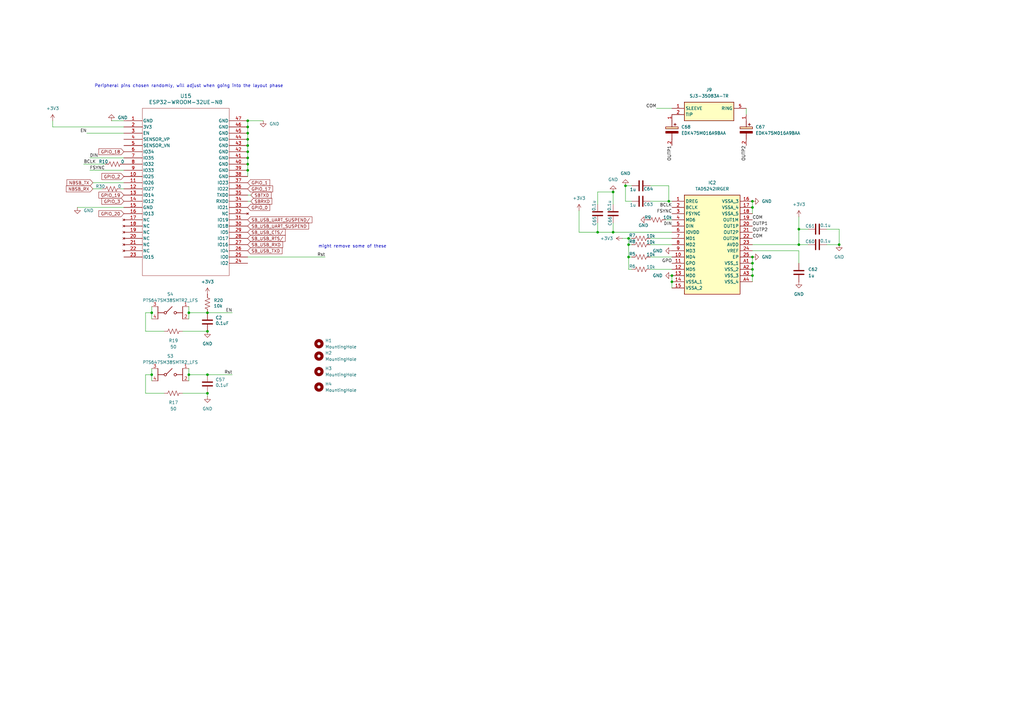
<source format=kicad_sch>
(kicad_sch (version 20250114) (generator "eeschema") (generator_version "9.0")
  (paper "A3")
  (lib_symbols
    (symbol "Device:C" (pin_numbers (hide yes)) (pin_names (offset 0.254))
      (property "Reference" "C" (at 0.635 2.54 0))
      (property "Value" "C" (at 0.635 -2.54 0))
      (symbol "C_0_1"
        (polyline (pts (xy -2.032 0.762) (xy 2.032 0.762)) (stroke (width 0.508)))
        (polyline (pts (xy -2.032 -0.762) (xy 2.032 -0.762)) (stroke (width 0.508)))
      )
      (symbol "C_1_1"
        (pin passive line (at 0 3.81 270) (length 2.794) (name "~") (number "1"))
        (pin passive line (at 0 -3.81 90) (length 2.794) (name "~") (number "2"))
      )
    )
    (symbol "Device:R_US" (pin_numbers (hide yes)) (pin_names (offset 0))
      (property "Reference" "R" (at 2.54 0 90))
      (property "Value" "R_US" (at -2.54 0 90))
      (symbol "R_US_0_1"
        (polyline (pts (xy 0 2.286) (xy 0 2.54)))
        (polyline (pts (xy 0 2.286) (xy 1.016 1.905) (xy 0 1.524) (xy -1.016 1.143) (xy 0 0.762)))
        (polyline (pts (xy 0 0.762) (xy 1.016 0.381) (xy 0 0) (xy -1.016 -0.381) (xy 0 -0.762)))
        (polyline (pts (xy 0 -0.762) (xy 1.016 -1.143) (xy 0 -1.524) (xy -1.016 -1.905) (xy 0 -2.286)))
        (polyline (pts (xy 0 -2.286) (xy 0 -2.54)))
      )
      (symbol "R_US_1_1"
        (pin passive line (at 0 3.81 270) (length 1.27) (name "~") (number "1"))
        (pin passive line (at 0 -3.81 90) (length 1.27) (name "~") (number "2"))
      )
    )
    (symbol "FPGA&MCU:ESP32-WROOM-32UE-N8" (pin_names (offset 0.254))
      (property "Reference" "U" (at 25.4 10.16 0))
      (property "Value" "ESP32-WROOM-32UE-N8" (at 25.4 7.62 0))
      (symbol "ESP32-WROOM-32UE-N8_0_1"
        (polyline (pts (xy 7.62 5.08) (xy 7.62 -63.5)) (stroke (width 0.127)))
        (polyline (pts (xy 7.62 -63.5) (xy 43.18 -63.5)) (stroke (width 0.127)))
        (polyline (pts (xy 43.18 5.08) (xy 7.62 5.08)) (stroke (width 0.127)))
        (polyline (pts (xy 43.18 -63.5) (xy 43.18 5.08)) (stroke (width 0.127)))
        (pin power_out line (at 0 0 0) (length 7.62) (name "GND") (number "1"))
        (pin power_in line (at 0 -2.54 0) (length 7.62) (name "3V3") (number "2"))
        (pin input line (at 0 -5.08 0) (length 7.62) (name "EN") (number "3"))
        (pin input line (at 0 -7.62 0) (length 7.62) (name "SENSOR_VP") (number "4"))
        (pin input line (at 0 -10.16 0) (length 7.62) (name "SENSOR_VN") (number "5"))
        (pin input line (at 0 -12.7 0) (length 7.62) (name "IO34") (number "6"))
        (pin input line (at 0 -15.24 0) (length 7.62) (name "IO35") (number "7"))
        (pin bidirectional line (at 0 -17.78 0) (length 7.62) (name "IO32") (number "8"))
        (pin bidirectional line (at 0 -20.32 0) (length 7.62) (name "IO33") (number "9"))
        (pin bidirectional line (at 0 -22.86 0) (length 7.62) (name "IO25") (number "10"))
        (pin bidirectional line (at 0 -25.4 0) (length 7.62) (name "IO26") (number "11"))
        (pin bidirectional line (at 0 -27.94 0) (length 7.62) (name "IO27") (number "12"))
        (pin bidirectional line (at 0 -30.48 0) (length 7.62) (name "IO14") (number "13"))
        (pin bidirectional line (at 0 -33.02 0) (length 7.62) (name "IO12") (number "14"))
        (pin power_out line (at 0 -35.56 0) (length 7.62) (name "GND") (number "15"))
        (pin bidirectional line (at 0 -38.1 0) (length 7.62) (name "IO13") (number "16"))
        (pin no_connect line (at 0 -40.64 0) (length 7.62) (name "NC") (number "17"))
        (pin no_connect line (at 0 -43.18 0) (length 7.62) (name "NC") (number "18"))
        (pin no_connect line (at 0 -45.72 0) (length 7.62) (name "NC") (number "19"))
        (pin no_connect line (at 0 -48.26 0) (length 7.62) (name "NC") (number "20"))
        (pin no_connect line (at 0 -50.8 0) (length 7.62) (name "NC") (number "21"))
        (pin no_connect line (at 0 -53.34 0) (length 7.62) (name "NC") (number "22"))
        (pin bidirectional line (at 0 -55.88 0) (length 7.62) (name "IO15") (number "23"))
        (pin power_out line (at 50.8 0 180) (length 7.62) (name "GND") (number "47"))
        (pin power_out line (at 50.8 -2.54 180) (length 7.62) (name "GND") (number "46"))
        (pin power_out line (at 50.8 -5.08 180) (length 7.62) (name "GND") (number "45"))
        (pin power_out line (at 50.8 -7.62 180) (length 7.62) (name "GND") (number "44"))
        (pin power_out line (at 50.8 -10.16 180) (length 7.62) (name "GND") (number "43"))
        (pin power_out line (at 50.8 -12.7 180) (length 7.62) (name "GND") (number "42"))
        (pin power_out line (at 50.8 -15.24 180) (length 7.62) (name "GND") (number "41"))
        (pin power_out line (at 50.8 -17.78 180) (length 7.62) (name "GND") (number "40"))
        (pin power_out line (at 50.8 -20.32 180) (length 7.62) (name "GND") (number "39"))
        (pin power_out line (at 50.8 -22.86 180) (length 7.62) (name "GND") (number "38"))
        (pin bidirectional line (at 50.8 -25.4 180) (length 7.62) (name "IO23") (number "37"))
        (pin bidirectional line (at 50.8 -27.94 180) (length 7.62) (name "IO22") (number "36"))
        (pin bidirectional line (at 50.8 -33.02 180) (length 7.62) (name "RXD0") (number "34"))
        (pin bidirectional line (at 50.8 -35.56 180) (length 7.62) (name "IO21") (number "33"))
        (pin no_connect line (at 50.8 -38.1 180) (length 7.62) (name "NC") (number "32"))
        (pin bidirectional line (at 50.8 -40.64 180) (length 7.62) (name "IO19") (number "31"))
        (pin bidirectional line (at 50.8 -43.18 180) (length 7.62) (name "IO18") (number "30"))
        (pin bidirectional line (at 50.8 -45.72 180) (length 7.62) (name "IO5") (number "29"))
        (pin bidirectional line (at 50.8 -48.26 180) (length 7.62) (name "IO17") (number "28"))
        (pin bidirectional line (at 50.8 -50.8 180) (length 7.62) (name "IO16") (number "27"))
        (pin bidirectional line (at 50.8 -53.34 180) (length 7.62) (name "IO4") (number "26"))
        (pin bidirectional line (at 50.8 -55.88 180) (length 7.62) (name "IO0") (number "25"))
        (pin bidirectional line (at 50.8 -58.42 180) (length 7.62) (name "IO2") (number "24"))
      )
      (symbol "ESP32-WROOM-32UE-N8_1_1"
        (pin bidirectional line (at 50.8 -30.48 180) (length 7.62) (name "TXD0") (number "35"))
      )
    )
    (symbol "FPGA_Interface:PTS647SM38SMTR2_LFS" (pin_names (hide yes))
      (property "Reference" "S" (at 12.7 6.35 0))
      (property "Value" "PTS647SM38SMTR2_LFS" (at 12.7 3.81 0))
      (symbol "PTS647SM38SMTR2_LFS_1_1"
        (polyline (pts (xy 2.54 -2.54) (xy 5.08 -2.54)) (stroke (width 0.254)))
        (polyline (pts (xy 2.54 -5.08) (xy 2.54 0)) (stroke (width 0.254)))
        (circle (center 5.588 -2.54) (radius 0.508) (stroke (width 0.254)))
        (polyline (pts (xy 6.096 -2.286) (xy 8.382 0)) (stroke (width 0.254)))
        (circle (center 9.652 -2.54) (radius 0.508) (stroke (width 0.254)))
        (polyline (pts (xy 10.16 -2.54) (xy 12.7 -2.54)) (stroke (width 0.254)))
        (polyline (pts (xy 12.7 -5.08) (xy 12.7 0)) (stroke (width 0.254)))
        (pin passive line (at 0 0 0) (length 2.54) (name "COM_1") (number "3"))
        (pin passive line (at 0 -5.08 0) (length 2.54) (name "COM_2") (number "4"))
        (pin passive line (at 15.24 0 180) (length 2.54) (name "NO_1") (number "1"))
        (pin passive line (at 15.24 -5.08 180) (length 2.54) (name "NO_2") (number "2"))
      )
    )
    (symbol "FPGA_Interface:SJ3-35083A-TR"
      (property "Reference" "J" (at 26.67 7.62 0))
      (property "Value" "SJ3-35083A-TR" (at 26.67 5.08 0))
      (symbol "SJ3-35083A-TR_1_1"
        (rectangle (start 5.08 2.54) (end 25.4 -5.08) (stroke (width 0.254)) (fill (type background)))
        (pin passive line (at 0 0 0) (length 5.08) (name "SLEEVE") (number "1"))
        (pin passive line (at 0 -2.54 0) (length 5.08) (name "TIP") (number "2"))
        (pin passive line (at 30.48 0 180) (length 5.08) (name "RING") (number "5"))
      )
    )
    (symbol "Mechanical:MountingHole" (pin_names (offset 1.016)) (in_bom no)
      (property "Reference" "H" (at 0 5.08 0))
      (property "Value" "MountingHole" (at 0 3.175 0))
      (symbol "MountingHole_0_1"
        (circle (center 0 0) (radius 1.27) (stroke (width 1.27)))
      )
    )
    (symbol "SB:EDK475M016A9BAA" (pin_names (hide yes))
      (property "Reference" "C" (at 8.89 6.35 0))
      (property "Value" "EDK475M016A9BAA" (at 8.89 3.81 0))
      (symbol "EDK475M016A9BAA_1_1"
        (polyline (pts (xy 2.54 0) (xy 5.08 0)) (stroke (width 0.254)))
        (polyline (pts (xy 4.064 1.778) (xy 4.064 0.762)) (stroke (width 0.254)))
        (polyline (pts (xy 4.572 1.27) (xy 3.556 1.27)) (stroke (width 0.254)))
        (rectangle (start 5.08 2.54) (end 5.842 -2.54) (stroke (width 0.254)) (fill (type background)))
        (polyline (pts (xy 7.62 2.54) (xy 7.62 -2.54) (xy 6.858 -2.54) (xy 6.858 2.54) (xy 7.62 2.54)) (stroke (width 0.254)) (fill (type outline)))
        (polyline (pts (xy 7.62 0) (xy 10.16 0)) (stroke (width 0.254)))
        (pin passive line (at 0 0 0) (length 2.54) (name "+") (number "1"))
        (pin passive line (at 12.7 0 180) (length 2.54) (name "-") (number "2"))
      )
    )
    (symbol "SB:TAD5242IRGER"
      (property "Reference" "IC" (at 29.21 7.62 0))
      (property "Value" "TAD5242IRGER" (at 29.21 5.08 0))
      (symbol "TAD5242IRGER_1_1"
        (rectangle (start 5.08 2.54) (end 27.94 -38.1) (stroke (width 0.254)) (fill (type background)))
        (pin passive line (at 0 0 0) (length 5.08) (name "DREG") (number "1"))
        (pin passive line (at 0 -2.54 0) (length 5.08) (name "BCLK") (number "2"))
        (pin passive line (at 0 -5.08 0) (length 5.08) (name "FSYNC") (number "3"))
        (pin passive line (at 0 -7.62 0) (length 5.08) (name "MD6") (number "4"))
        (pin passive line (at 0 -10.16 0) (length 5.08) (name "DIN") (number "5"))
        (pin passive line (at 0 -12.7 0) (length 5.08) (name "IOVDD") (number "6"))
        (pin passive line (at 0 -15.24 0) (length 5.08) (name "MD1") (number "7"))
        (pin passive line (at 0 -17.78 0) (length 5.08) (name "MD2") (number "8"))
        (pin passive line (at 0 -20.32 0) (length 5.08) (name "MD3") (number "9"))
        (pin passive line (at 0 -22.86 0) (length 5.08) (name "MD4") (number "10"))
        (pin passive line (at 0 -25.4 0) (length 5.08) (name "GPO") (number "11"))
        (pin passive line (at 0 -27.94 0) (length 5.08) (name "MD5") (number "12"))
        (pin passive line (at 0 -30.48 0) (length 5.08) (name "MD0") (number "13"))
        (pin passive line (at 0 -33.02 0) (length 5.08) (name "VSSA_1") (number "14"))
        (pin passive line (at 0 -35.56 0) (length 5.08) (name "VSSA_2") (number "15"))
        (pin passive line (at 33.02 0 180) (length 5.08) (name "VSSA_3") (number "16"))
        (pin passive line (at 33.02 -2.54 180) (length 5.08) (name "VSSA_4") (number "17"))
        (pin passive line (at 33.02 -5.08 180) (length 5.08) (name "VSSA_5") (number "18"))
        (pin passive line (at 33.02 -7.62 180) (length 5.08) (name "OUT1M") (number "19"))
        (pin passive line (at 33.02 -10.16 180) (length 5.08) (name "OUT1P") (number "20"))
        (pin passive line (at 33.02 -12.7 180) (length 5.08) (name "OUT2P") (number "21"))
        (pin passive line (at 33.02 -15.24 180) (length 5.08) (name "OUT2M") (number "22"))
        (pin passive line (at 33.02 -17.78 180) (length 5.08) (name "AVDD") (number "23"))
        (pin passive line (at 33.02 -20.32 180) (length 5.08) (name "VREF") (number "24"))
        (pin passive line (at 33.02 -22.86 180) (length 5.08) (name "EP") (number "25"))
        (pin passive line (at 33.02 -25.4 180) (length 5.08) (name "VSS_1") (number "A1"))
        (pin passive line (at 33.02 -27.94 180) (length 5.08) (name "VSS_2") (number "A2"))
        (pin passive line (at 33.02 -30.48 180) (length 5.08) (name "VSS_3") (number "A3"))
        (pin passive line (at 33.02 -33.02 180) (length 5.08) (name "VSS_4") (number "A4"))
      )
    )
    (symbol "power:+3V3" (power) (pin_numbers (hide yes)) (pin_names (offset 0) (hide yes))
      (property "Value" "+3V3" (at 0 3.556 0))
      (symbol "+3V3_0_1"
        (polyline (pts (xy -0.762 1.27) (xy 0 2.54)))
        (polyline (pts (xy 0 2.54) (xy 0.762 1.27)))
        (polyline (pts (xy 0 0) (xy 0 2.54)))
      )
      (symbol "+3V3_1_1"
        (pin power_in line (at 0 0 90) (length 0) (name "~") (number "1"))
      )
    )
    (symbol "power:GND" (power) (pin_numbers (hide yes)) (pin_names (offset 0) (hide yes))
      (property "Value" "GND" (at 0 -3.81 0))
      (symbol "GND_0_1"
        (polyline (pts (xy 0 0) (xy 0 -1.27) (xy 1.27 -1.27) (xy 0 -2.54) (xy -1.27 -1.27) (xy 0 -1.27)))
      )
      (symbol "GND_1_1"
        (pin power_in line (at 0 0 270) (length 0) (name "~") (number "1"))
      )
    )
  )
  (text "might remove some of these\n" (at 144.526 101.092 0) (effects (font (size 1.27 1.27))))
  (text "Peripheral pins chosen randomly, will adjust when going into the layout phase\n" (at 77.47 35.306 0) (effects (font (size 1.27 1.27))))
  (junction (at 275.59 113.03))
  (junction (at 344.17 100.33))
  (junction (at 308.61 110.49))
  (junction (at 256.54 76.2))
  (junction (at 101.6 57.15))
  (junction (at 308.61 82.55))
  (junction (at 308.61 113.03))
  (junction (at 85.09 153.67))
  (junction (at 327.66 93.98))
  (junction (at 251.46 95.25))
  (junction (at 257.81 97.79))
  (junction (at 62.23 153.67))
  (junction (at 308.61 107.95))
  (junction (at 77.47 128.27))
  (junction (at 101.6 52.07))
  (junction (at 101.6 49.53))
  (junction (at 85.09 128.27))
  (junction (at 327.66 100.33))
  (junction (at 245.11 95.25))
  (junction (at 85.09 135.89))
  (junction (at 274.32 82.55))
  (junction (at 101.6 59.69))
  (junction (at 101.6 67.31))
  (junction (at 257.81 105.41))
  (junction (at 257.81 100.33))
  (junction (at 101.6 69.85))
  (junction (at 101.6 64.77))
  (junction (at 251.46 78.74))
  (junction (at 101.6 62.23))
  (junction (at 77.47 153.67))
  (junction (at 62.23 128.27))
  (junction (at 275.59 115.57))
  (junction (at 308.61 85.09))
  (junction (at 101.6 54.61))
  (junction (at 308.61 105.41))
  (junction (at 85.09 161.29))
  (wire (pts (xy 308.61 102.87) (xy 327.66 102.87)))
  (wire (pts (xy 101.6 57.15) (xy 101.6 59.69)))
  (wire (pts (xy 344.17 93.98) (xy 344.17 100.33)))
  (wire (pts (xy 59.69 161.29) (xy 67.31 161.29)))
  (wire (pts (xy 36.83 69.85) (xy 50.8 69.85)))
  (wire (pts (xy 245.11 91.44) (xy 245.11 95.25)))
  (wire (pts (xy 308.61 82.55) (xy 308.61 85.09)))
  (wire (pts (xy 77.47 153.67) (xy 85.09 153.67)))
  (wire (pts (xy 331.47 100.33) (xy 327.66 100.33)))
  (wire (pts (xy 77.47 153.67) (xy 77.47 156.21)))
  (wire (pts (xy 245.11 95.25) (xy 237.49 95.25)))
  (wire (pts (xy 237.49 86.36) (xy 237.49 95.25)))
  (wire (pts (xy 101.6 59.69) (xy 101.6 62.23)))
  (wire (pts (xy 257.81 97.79) (xy 257.81 100.33)))
  (wire (pts (xy 251.46 83.82) (xy 251.46 78.74)))
  (wire (pts (xy 257.81 105.41) (xy 257.81 110.49)))
  (wire (pts (xy 38.1 74.93) (xy 50.8 74.93)))
  (wire (pts (xy 256.54 82.55) (xy 256.54 76.2)))
  (wire (pts (xy 74.93 161.29) (xy 85.09 161.29)))
  (wire (pts (xy 62.23 128.27) (xy 62.23 130.81)))
  (wire (pts (xy 259.08 82.55) (xy 256.54 82.55)))
  (wire (pts (xy 101.6 49.53) (xy 101.6 52.07)))
  (wire (pts (xy 274.32 76.2) (xy 274.32 82.55)))
  (wire (pts (xy 274.32 76.2) (xy 266.7 76.2)))
  (wire (pts (xy 101.6 54.61) (xy 101.6 57.15)))
  (wire (pts (xy 339.09 93.98) (xy 344.17 93.98)))
  (wire (pts (xy 257.81 100.33) (xy 259.08 100.33)))
  (wire (pts (xy 45.72 49.53) (xy 50.8 49.53)))
  (wire (pts (xy 133.35 105.41) (xy 101.6 105.41)))
  (wire (pts (xy 275.59 115.57) (xy 275.59 118.11)))
  (wire (pts (xy 308.61 105.41) (xy 308.61 107.95)))
  (wire (pts (xy 34.29 67.31) (xy 43.18 67.31)))
  (wire (pts (xy 85.09 128.27) (xy 95.25 128.27)))
  (wire (pts (xy 245.11 83.82) (xy 245.11 78.74)))
  (wire (pts (xy 308.61 85.09) (xy 308.61 87.63)))
  (wire (pts (xy 21.59 49.53) (xy 21.59 52.07)))
  (wire (pts (xy 107.95 49.53) (xy 101.6 49.53)))
  (wire (pts (xy 49.53 77.47) (xy 50.8 77.47)))
  (wire (pts (xy 77.47 128.27) (xy 77.47 130.81)))
  (wire (pts (xy 331.47 93.98) (xy 327.66 93.98)))
  (wire (pts (xy 259.08 76.2) (xy 256.54 76.2)))
  (wire (pts (xy 101.6 80.01) (xy 102.87 80.01)))
  (wire (pts (xy 62.23 125.73) (xy 62.23 128.27)))
  (wire (pts (xy 266.7 105.41) (xy 275.59 105.41)))
  (wire (pts (xy 266.7 97.79) (xy 275.59 97.79)))
  (wire (pts (xy 274.32 82.55) (xy 275.59 82.55)))
  (wire (pts (xy 269.24 44.45) (xy 275.59 44.45)))
  (wire (pts (xy 257.81 105.41) (xy 259.08 105.41)))
  (wire (pts (xy 275.59 113.03) (xy 275.59 115.57)))
  (wire (pts (xy 327.66 88.9) (xy 327.66 93.98)))
  (wire (pts (xy 59.69 153.67) (xy 59.69 161.29)))
  (wire (pts (xy 273.05 90.17) (xy 275.59 90.17)))
  (wire (pts (xy 62.23 153.67) (xy 62.23 151.13)))
  (wire (pts (xy 274.32 82.55) (xy 266.7 82.55)))
  (wire (pts (xy 36.83 64.77) (xy 50.8 64.77)))
  (wire (pts (xy 275.59 95.25) (xy 251.46 95.25)))
  (wire (pts (xy 259.08 97.79) (xy 257.81 97.79)))
  (wire (pts (xy 327.66 93.98) (xy 327.66 100.33)))
  (wire (pts (xy 101.6 64.77) (xy 101.6 67.31)))
  (wire (pts (xy 257.81 100.33) (xy 257.81 105.41)))
  (wire (pts (xy 339.09 100.33) (xy 344.17 100.33)))
  (wire (pts (xy 257.81 110.49) (xy 259.08 110.49)))
  (wire (pts (xy 308.61 107.95) (xy 308.61 110.49)))
  (wire (pts (xy 327.66 102.87) (xy 327.66 107.95)))
  (wire (pts (xy 77.47 151.13) (xy 77.47 153.67)))
  (wire (pts (xy 31.75 85.09) (xy 50.8 85.09)))
  (wire (pts (xy 77.47 125.73) (xy 77.47 128.27)))
  (wire (pts (xy 74.93 135.89) (xy 85.09 135.89)))
  (wire (pts (xy 85.09 161.29) (xy 85.09 162.56)))
  (wire (pts (xy 101.6 67.31) (xy 101.6 69.85)))
  (wire (pts (xy 306.07 46.99) (xy 306.07 44.45)))
  (wire (pts (xy 255.27 97.79) (xy 257.81 97.79)))
  (wire (pts (xy 308.61 100.33) (xy 327.66 100.33)))
  (wire (pts (xy 35.56 54.61) (xy 50.8 54.61)))
  (wire (pts (xy 266.7 110.49) (xy 275.59 110.49)))
  (wire (pts (xy 62.23 153.67) (xy 62.23 156.21)))
  (wire (pts (xy 38.1 77.47) (xy 41.91 77.47)))
  (wire (pts (xy 59.69 128.27) (xy 59.69 135.89)))
  (wire (pts (xy 101.6 82.55) (xy 102.87 82.55)))
  (wire (pts (xy 62.23 128.27) (xy 59.69 128.27)))
  (wire (pts (xy 308.61 110.49) (xy 308.61 113.03)))
  (wire (pts (xy 245.11 78.74) (xy 251.46 78.74)))
  (wire (pts (xy 101.6 52.07) (xy 101.6 54.61)))
  (wire (pts (xy 251.46 91.44) (xy 251.46 95.25)))
  (wire (pts (xy 59.69 153.67) (xy 62.23 153.67)))
  (wire (pts (xy 77.47 128.27) (xy 85.09 128.27)))
  (wire (pts (xy 308.61 113.03) (xy 308.61 115.57)))
  (wire (pts (xy 251.46 95.25) (xy 245.11 95.25)))
  (wire (pts (xy 101.6 62.23) (xy 101.6 64.77)))
  (wire (pts (xy 101.6 69.85) (xy 101.6 72.39)))
  (wire (pts (xy 85.09 153.67) (xy 95.25 153.67)))
  (wire (pts (xy 50.8 52.07) (xy 21.59 52.07)))
  (wire (pts (xy 59.69 135.89) (xy 67.31 135.89)))
  (wire (pts (xy 266.7 100.33) (xy 275.59 100.33)))
  (label "BCLK" (at 34.29 67.31 0))
  (label "OUTP1" (at 308.61 92.71 0))
  (label "OUTP2" (at 306.07 59.69 270))
  (label "BCLK" (at 275.59 85.09 180))
  (label "FSYNC" (at 36.83 69.85 0))
  (label "COM" (at 269.24 44.45 180))
  (label "FSYNC" (at 275.59 87.63 180))
  (label "DIN" (at 36.83 64.77 0))
  (label "OUTP1" (at 275.59 59.69 270))
  (label "EN" (at 95.25 128.27 180))
  (label "Rst" (at 95.25 153.67 180))
  (label "GPO" (at 275.59 107.95 180))
  (label "COM" (at 308.61 90.17 0))
  (label "COM" (at 308.61 97.79 0))
  (label "EN" (at 35.56 54.61 180))
  (label "DIN" (at 275.59 92.71 180))
  (label "Rst" (at 133.35 105.41 180))
  (label "OUTP2" (at 308.61 95.25 0))
  (global_label "GPIO_0" (shape input) (at 101.6 85.09 0) (property "Intersheetrefs" "${INTERSHEET_REFS}" (effects (hide yes))))
  (global_label "SB_USB_RXD" (shape input) (at 101.6 100.33 0) (property "Intersheetrefs" "${INTERSHEET_REFS}" (effects (hide yes))))
  (global_label "NBSB_RX" (shape input) (at 38.1 77.47 180) (property "Intersheetrefs" "${INTERSHEET_REFS}" (effects (hide yes))))
  (global_label "GPIO_1" (shape input) (at 101.6 74.93 0) (property "Intersheetrefs" "${INTERSHEET_REFS}" (effects (hide yes))))
  (global_label "GPIO_18" (shape input) (at 50.8 62.23 180) (property "Intersheetrefs" "${INTERSHEET_REFS}" (effects (hide yes))))
  (global_label "GPIO_19" (shape input) (at 50.8 80.01 180) (property "Intersheetrefs" "${INTERSHEET_REFS}" (effects (hide yes))))
  (global_label "GPIO_3" (shape input) (at 50.8 82.55 180) (property "Intersheetrefs" "${INTERSHEET_REFS}" (effects (hide yes))))
  (global_label "GPIO_20" (shape input) (at 50.8 87.63 180) (property "Intersheetrefs" "${INTERSHEET_REFS}" (effects (hide yes))))
  (global_label "SBTXD" (shape input) (at 102.87 80.01 0) (property "Intersheetrefs" "${INTERSHEET_REFS}" (effects (hide yes))))
  (global_label "GPIO_2" (shape input) (at 50.8 72.39 180) (property "Intersheetrefs" "${INTERSHEET_REFS}" (effects (hide yes))))
  (global_label "GPIO_17" (shape input) (at 101.6 77.47 0) (property "Intersheetrefs" "${INTERSHEET_REFS}" (effects (hide yes))))
  (global_label "SB_USB_RTS{slash}" (shape input) (at 101.6 97.79 0) (property "Intersheetrefs" "${INTERSHEET_REFS}" (effects (hide yes))))
  (global_label "SB_USB_UART_SUSPEND{slash}" (shape input) (at 101.6 90.17 0) (property "Intersheetrefs" "${INTERSHEET_REFS}" (effects (hide yes))))
  (global_label "SBRXD" (shape input) (at 102.87 82.55 0) (property "Intersheetrefs" "${INTERSHEET_REFS}" (effects (hide yes))))
  (global_label "SB_USB_UART_SUSPEND" (shape input) (at 101.6 92.71 0) (property "Intersheetrefs" "${INTERSHEET_REFS}" (effects (hide yes))))
  (global_label "SB_USB_CTS{slash}" (shape input) (at 101.6 95.25 0) (property "Intersheetrefs" "${INTERSHEET_REFS}" (effects (hide yes))))
  (global_label "NBSB_TX" (shape input) (at 38.1 74.93 180) (property "Intersheetrefs" "${INTERSHEET_REFS}" (effects (hide yes))))
  (global_label "SB_USB_TXD" (shape input) (at 101.6 102.87 0) (property "Intersheetrefs" "${INTERSHEET_REFS}" (effects (hide yes))))
  (symbol (lib_id "power:GND") (at 308.61 105.41 90) (unit 1)
    (property "Reference" "#PWR0153" (effects (hide yes)))
    (property "Value" "GND" (at 312.42 105.4099 90) (effects (justify right)))
    (property "Description" "Power symbol creates a global label with name \"GND\" , ground" (effects (hide yes)))
  )
  (symbol (lib_id "Device:R_US") (at 262.89 105.41 90) (unit 1)
    (property "Reference" "R5" (at 259.334 104.14 90))
    (property "Value" "10k" (at 266.954 104.394 90))
    (property "Footprint" "Resistor_SMD:R_0402_1005Metric" (effects (hide yes)))
    (property "Description" "Resistor, US symbol" (effects (hide yes)))
  )
  (symbol (lib_id "power:GND") (at 45.72 49.53 180) (unit 1)
    (property "Reference" "#PWR017" (effects (hide yes)))
    (property "Value" "GND" (at 48.26 48.2599 0) (effects (justify right)))
    (property "Description" "Power symbol creates a global label with name \"GND\" , ground" (effects (hide yes)))
  )
  (symbol (lib_id "SB:EDK475M016A9BAA") (at 275.59 46.99 270) (unit 1)
    (property "Reference" "C68" (at 279.4 52.0699 90) (effects (justify left)))
    (property "Value" "EDK475M016A9BAA" (at 279.4 54.6099 90) (effects (justify left)))
    (property "Footprint" "SB:CAPAE430X565N" (effects (hide yes)))
    (property "Datasheet" "https://content.kemet.com/datasheets/KEM_A4001_EDK.pdf" (effects (hide yes)))
    (property "Description" "EDK, Aluminum, Aluminum Electrolytic, 4.7 uF, 20%, 16 VDC, -40/+85C, 85C, -40C, 85C, 2,000 Hrs, 16 % , 0.02, 3 uA, 2, 4, 4mm, 5.4mm, 2000" (effects (hide yes)))
    (property "Height" "5.65" (effects (hide yes)))
    (property "Mouser Part Number" "80-EDK475M016A9BAA" (effects (hide yes)))
    (property "Mouser Price/Stock" "https://www.mouser.co.uk/ProductDetail/KEMET/EDK475M016A9BAA?qs=E9QF1UCAUX56UXN1YiCZhQ%3D%3D" (effects (hide yes)))
    (property "Manufacturer_Name" "KEMET" (effects (hide yes)))
    (property "Manufacturer_Part_Number" "EDK475M016A9BAA" (effects (hide yes)))
  )
  (symbol (lib_id "power:GND") (at 275.59 102.87 270) (unit 1)
    (property "Reference" "#PWR0157" (effects (hide yes)))
    (property "Value" "GND" (at 271.78 102.8699 90) (effects (justify right)))
    (property "Description" "Power symbol creates a global label with name \"GND\" , ground" (effects (hide yes)))
  )
  (symbol (lib_id "FPGA_Interface:SJ3-35083A-TR") (at 275.59 44.45 0) (unit 1)
    (property "Reference" "J9" (at 290.83 36.83 0))
    (property "Value" "SJ3-35083A-TR" (at 290.83 39.37 0))
    (property "Footprint" "FPGA_Interface:SJ335083ATR" (effects (hide yes)))
    (property "Datasheet" "https://www.sameskydevices.com/product/resource/SJ3-35083A-TR.pdf" (effects (hide yes)))
    (property "Description" "SJ3-35083A-TR - 3.5 mm Stereo Jack, Through Hole, 3 Conductors, 0 Internal Switches,  Tape & Reel Packaging" (effects (hide yes)))
    (property "Height" "5.3" (effects (hide yes)))
    (property "Mouser Part Number" "179-SJ3-35083A-TR" (effects (hide yes)))
    (property "Mouser Price/Stock" "https://www.mouser.co.uk/ProductDetail/Same-Sky/SJ3-35083A-TR?qs=IKkN%2F947nfAXbylC140wLg%3D%3D" (effects (hide yes)))
    (property "Manufacturer_Name" "Same Sky" (effects (hide yes)))
    (property "Manufacturer_Part_Number" "SJ3-35083A-TR" (effects (hide yes)))
  )
  (symbol (lib_id "FPGA_Interface:PTS647SM38SMTR2_LFS") (at 62.23 125.73 0) (unit 1)
    (property "Reference" "S4" (at 69.85 120.65 0))
    (property "Value" "PTS647SM38SMTR2_LFS" (at 69.85 123.19 0))
    (property "Footprint" "FPGA_Interface:PTS647SM38SMTR2LFS" (effects (hide yes)))
    (property "Datasheet" "https://www.ckswitches.com/media/2567/pts647.pdf" (effects (hide yes)))
    (property "Description" "Tactile Switch SPST-NO Top Actuated Surface Mount 0.05A 12V" (effects (hide yes)))
    (property "Manufacturer_Name" "C & K COMPONENTS" (effects (hide yes)))
    (property "Manufacturer_Part_Number" "PTS647SM38SMTR2 LFS" (effects (hide yes)))
  )
  (symbol (lib_id "power:+3V3") (at 327.66 88.9 0) (unit 1)
    (property "Reference" "#PWR0159" (effects (hide yes)))
    (property "Value" "+3V3" (at 327.66 83.82 0))
    (property "Description" "Power symbol creates a global label with name \"+3V3\"" (effects (hide yes)))
  )
  (symbol (lib_id "Device:C") (at 85.09 157.48 0) (unit 1)
    (property "Reference" "C57" (at 88.392 155.702 0) (effects (justify left)))
    (property "Value" "0.1uF" (at 88.392 157.988 0) (effects (justify left)))
    (property "Footprint" "Capacitor_SMD:C_0402_1005Metric" (effects (hide yes)))
    (property "Description" "Unpolarized capacitor" (effects (hide yes)))
  )
  (symbol (lib_id "power:+3V3") (at 237.49 86.36 0) (unit 1)
    (property "Reference" "#PWR0162" (effects (hide yes)))
    (property "Value" "+3V3" (at 237.49 81.28 0))
    (property "Description" "Power symbol creates a global label with name \"+3V3\"" (effects (hide yes)))
  )
  (symbol (lib_id "power:GND") (at 275.59 113.03 270) (unit 1)
    (property "Reference" "#PWR0155" (effects (hide yes)))
    (property "Value" "GND" (at 271.78 113.0301 90) (effects (justify right)))
    (property "Description" "Power symbol creates a global label with name \"GND\" , ground" (effects (hide yes)))
  )
  (symbol (lib_id "Device:C") (at 327.66 111.76 0) (unit 1)
    (property "Reference" "C62" (at 331.47 110.4899 0) (effects (justify left)))
    (property "Value" "1u" (at 331.47 113.0299 0) (effects (justify left)))
    (property "Footprint" "Capacitor_SMD:C_0402_1005Metric" (effects (hide yes)))
    (property "Description" "Unpolarized capacitor" (effects (hide yes)))
  )
  (symbol (lib_id "power:GND") (at 256.54 76.2 180) (unit 1)
    (property "Reference" "#PWR0160" (effects (hide yes)))
    (property "Value" "GND" (at 256.54 71.12 0))
    (property "Description" "Power symbol creates a global label with name \"GND\" , ground" (effects (hide yes)))
  )
  (symbol (lib_id "power:GND") (at 344.17 100.33 0) (unit 1)
    (property "Reference" "#PWR0151" (effects (hide yes)))
    (property "Value" "GND" (at 344.17 105.41 0))
    (property "Description" "Power symbol creates a global label with name \"GND\" , ground" (effects (hide yes)))
  )
  (symbol (lib_id "SB:TAD5242IRGER") (at 275.59 82.55 0) (unit 1)
    (property "Reference" "IC2" (at 292.1 74.93 0))
    (property "Value" "TAD5242IRGER" (at 292.1 77.47 0))
    (property "Footprint" "SB:TAD5242IRGER" (effects (hide yes)))
    (property "Datasheet" "https://www.ti.com/lit/ds/symlink/tad5242.pdf?ts=1736249226355&ref_url=https%253A%252F%252Fwww.ti.com%252Fproduct%252FTAD5242" (effects (hide yes)))
    (property "Description" "Audio D/A Converter ICs Hardware-control stereo audio DAC with 120dB dynamic range, and headphone and line driver" (effects (hide yes)))
    (property "Height" "1" (effects (hide yes)))
    (property "Mouser Part Number" "595-TAD5242IRGER" (effects (hide yes)))
    (property "Mouser Price/Stock" "https://www.mouser.co.uk/ProductDetail/Texas-Instruments/TAD5242IRGER?qs=%252BXxaIXUDbq07iiss%252B1zA7A%3D%3D" (effects (hide yes)))
    (property "Manufacturer_Name" "Texas Instruments" (effects (hide yes)))
    (property "Manufacturer_Part_Number" "TAD5242IRGER" (effects (hide yes)))
  )
  (symbol (lib_id "power:+3V3") (at 85.09 120.65 0) (unit 1)
    (property "Reference" "#PWR015" (effects (hide yes)))
    (property "Value" "+3V3" (at 85.09 115.57 0))
    (property "Description" "Power symbol creates a global label with name \"+3V3\"" (effects (hide yes)))
  )
  (symbol (lib_id "Device:C") (at 335.28 93.98 90) (unit 1)
    (property "Reference" "C61" (at 332.232 92.71 90))
    (property "Value" "0.1u" (at 338.582 92.456 90))
    (property "Footprint" "Capacitor_SMD:C_0402_1005Metric" (effects (hide yes)))
    (property "Description" "Unpolarized capacitor" (effects (hide yes)))
  )
  (symbol (lib_id "Device:C") (at 251.46 87.63 180) (unit 1)
    (property "Reference" "C66" (at 250.19 90.678 90))
    (property "Value" "0.1u" (at 249.936 84.328 90))
    (property "Footprint" "Capacitor_SMD:C_0402_1005Metric" (effects (hide yes)))
    (property "Description" "Unpolarized capacitor" (effects (hide yes)))
  )
  (symbol (lib_id "Mechanical:MountingHole") (at 130.81 140.97 0) (unit 1) (in_bom no)
    (property "Reference" "H1" (at 133.35 139.6999 0) (effects (justify left)))
    (property "Value" "MountingHole" (at 133.35 142.2399 0) (effects (justify left)))
    (property "Footprint" "MountingHole:MountingHole_4.3x6.2mm_M4_Pad" (effects (hide yes)))
    (property "Description" "Mounting Hole without connection" (effects (hide yes)))
  )
  (symbol (lib_id "Device:R_US") (at 262.89 100.33 90) (unit 1)
    (property "Reference" "R8" (at 259.334 99.06 90))
    (property "Value" "10k" (at 266.954 99.314 90))
    (property "Footprint" "Resistor_SMD:R_0402_1005Metric" (effects (hide yes)))
    (property "Description" "Resistor, US symbol" (effects (hide yes)))
  )
  (symbol (lib_id "Mechanical:MountingHole") (at 130.81 158.75 0) (unit 1) (in_bom no)
    (property "Reference" "H4" (at 133.35 157.4799 0) (effects (justify left)))
    (property "Value" "MountingHole" (at 133.35 160.0199 0) (effects (justify left)))
    (property "Footprint" "MountingHole:MountingHole_4.3x6.2mm_M4_Pad" (effects (hide yes)))
    (property "Description" "Mounting Hole without connection" (effects (hide yes)))
  )
  (symbol (lib_id "power:GND") (at 265.43 90.17 270) (unit 1)
    (property "Reference" "#PWR0158" (effects (hide yes)))
    (property "Value" "GND" (at 265.938 92.456 90) (effects (justify right)))
    (property "Description" "Power symbol creates a global label with name \"GND\" , ground" (effects (hide yes)))
  )
  (symbol (lib_id "power:GND") (at 107.95 49.53 0) (unit 1)
    (property "Reference" "#PWR020" (effects (hide yes)))
    (property "Value" "GND" (at 110.49 50.7999 0) (effects (justify left)))
    (property "Description" "Power symbol creates a global label with name \"GND\" , ground" (effects (hide yes)))
  )
  (symbol (lib_id "power:GND") (at 251.46 78.74 180) (unit 1)
    (property "Reference" "#PWR0161" (effects (hide yes)))
    (property "Value" "GND" (at 251.46 73.66 0))
    (property "Description" "Power symbol creates a global label with name \"GND\" , ground" (effects (hide yes)))
  )
  (symbol (lib_id "Device:R_US") (at 262.89 97.79 90) (unit 1)
    (property "Reference" "R7" (at 259.334 96.52 90))
    (property "Value" "10k" (at 266.954 96.774 90))
    (property "Footprint" "Resistor_SMD:R_0402_1005Metric" (effects (hide yes)))
    (property "Description" "Resistor, US symbol" (effects (hide yes)))
  )
  (symbol (lib_id "Device:C") (at 262.89 76.2 270) (unit 1)
    (property "Reference" "C64" (at 265.938 77.47 90))
    (property "Value" "1u" (at 259.588 77.724 90))
    (property "Footprint" "Capacitor_SMD:C_0402_1005Metric" (effects (hide yes)))
    (property "Description" "Unpolarized capacitor" (effects (hide yes)))
  )
  (symbol (lib_id "SB:EDK475M016A9BAA") (at 306.07 46.99 270) (unit 1)
    (property "Reference" "C67" (at 309.88 52.0699 90) (effects (justify left)))
    (property "Value" "EDK475M016A9BAA" (at 309.88 54.6099 90) (effects (justify left)))
    (property "Footprint" "SB:CAPAE430X565N" (effects (hide yes)))
    (property "Datasheet" "https://content.kemet.com/datasheets/KEM_A4001_EDK.pdf" (effects (hide yes)))
    (property "Description" "EDK, Aluminum, Aluminum Electrolytic, 4.7 uF, 20%, 16 VDC, -40/+85C, 85C, -40C, 85C, 2,000 Hrs, 16 % , 0.02, 3 uA, 2, 4, 4mm, 5.4mm, 2000" (effects (hide yes)))
    (property "Height" "5.65" (effects (hide yes)))
    (property "Mouser Part Number" "80-EDK475M016A9BAA" (effects (hide yes)))
    (property "Mouser Price/Stock" "https://www.mouser.co.uk/ProductDetail/KEMET/EDK475M016A9BAA?qs=E9QF1UCAUX56UXN1YiCZhQ%3D%3D" (effects (hide yes)))
    (property "Manufacturer_Name" "KEMET" (effects (hide yes)))
    (property "Manufacturer_Part_Number" "EDK475M016A9BAA" (effects (hide yes)))
  )
  (symbol (lib_id "power:GND") (at 31.75 85.09 0) (unit 1)
    (property "Reference" "#PWR019" (effects (hide yes)))
    (property "Value" "GND" (at 34.29 86.3599 0) (effects (justify left)))
    (property "Description" "Power symbol creates a global label with name \"GND\" , ground" (effects (hide yes)))
  )
  (symbol (lib_id "power:GND") (at 327.66 115.57 0) (unit 1)
    (property "Reference" "#PWR0152" (effects (hide yes)))
    (property "Value" "GND" (at 327.66 120.65 0))
    (property "Description" "Power symbol creates a global label with name \"GND\" , ground" (effects (hide yes)))
  )
  (symbol (lib_id "Device:R_US") (at 85.09 124.46 0) (unit 1)
    (property "Reference" "R20" (at 87.63 123.1899 0) (effects (justify left)))
    (property "Value" "10k" (at 87.63 125.476 0) (effects (justify left)))
    (property "Footprint" "Resistor_SMD:R_0402_1005Metric" (effects (hide yes)))
    (property "Description" "Resistor, US symbol" (effects (hide yes)))
  )
  (symbol (lib_id "Device:C") (at 85.09 132.08 0) (unit 1)
    (property "Reference" "C2" (at 88.392 130.302 0) (effects (justify left)))
    (property "Value" "0.1uF" (at 88.392 132.588 0) (effects (justify left)))
    (property "Footprint" "Capacitor_SMD:C_0402_1005Metric" (effects (hide yes)))
    (property "Description" "Unpolarized capacitor" (effects (hide yes)))
  )
  (symbol (lib_id "Device:C") (at 335.28 100.33 90) (unit 1)
    (property "Reference" "C60" (at 332.232 99.06 90))
    (property "Value" "0.1u" (at 338.582 98.806 90))
    (property "Footprint" "Capacitor_SMD:C_0402_1005Metric" (effects (hide yes)))
    (property "Description" "Unpolarized capacitor" (effects (hide yes)))
  )
  (symbol (lib_id "Device:R_US") (at 71.12 135.89 270) (unit 1)
    (property "Reference" "R19" (at 71.12 139.7 90))
    (property "Value" "50" (at 71.12 142.24 90))
    (property "Footprint" "Resistor_SMD:R_0402_1005Metric" (effects (hide yes)))
    (property "Description" "Resistor, US symbol" (effects (hide yes)))
  )
  (symbol (lib_id "Device:R_US") (at 262.89 110.49 90) (unit 1)
    (property "Reference" "R6" (at 259.334 109.22 90))
    (property "Value" "10k" (at 266.954 109.474 90))
    (property "Footprint" "Resistor_SMD:R_0402_1005Metric" (effects (hide yes)))
    (property "Description" "Resistor, US symbol" (effects (hide yes)))
  )
  (symbol (lib_id "Device:R_US") (at 45.72 77.47 90) (unit 1)
    (property "Reference" "R30" (at 41.148 76.454 90))
    (property "Value" "0" (at 49.022 76.454 90))
    (property "Footprint" "Resistor_SMD:R_0603_1608Metric" (effects (hide yes)))
    (property "Description" "Resistor, US symbol" (effects (hide yes)))
  )
  (symbol (lib_id "Device:C") (at 262.89 82.55 270) (unit 1)
    (property "Reference" "C63" (at 265.938 83.82 90))
    (property "Value" "1u" (at 259.588 84.074 90))
    (property "Footprint" "Capacitor_SMD:C_0402_1005Metric" (effects (hide yes)))
    (property "Description" "Unpolarized capacitor" (effects (hide yes)))
  )
  (symbol (lib_id "power:GND") (at 85.09 135.89 0) (unit 1)
    (property "Reference" "#PWR016" (effects (hide yes)))
    (property "Value" "GND" (at 85.09 140.97 0))
    (property "Description" "Power symbol creates a global label with name \"GND\" , ground" (effects (hide yes)))
  )
  (symbol (lib_id "Device:C") (at 245.11 87.63 180) (unit 1)
    (property "Reference" "C65" (at 243.84 90.678 90))
    (property "Value" "0.1u" (at 243.586 84.328 90))
    (property "Footprint" "Capacitor_SMD:C_0402_1005Metric" (effects (hide yes)))
    (property "Description" "Unpolarized capacitor" (effects (hide yes)))
  )
  (symbol (lib_id "power:+3V3") (at 21.59 49.53 0) (unit 1)
    (property "Reference" "#PWR018" (effects (hide yes)))
    (property "Value" "+3V3" (at 21.59 44.45 0))
    (property "Description" "Power symbol creates a global label with name \"+3V3\"" (effects (hide yes)))
  )
  (symbol (lib_id "power:GND") (at 308.61 82.55 90) (unit 1)
    (property "Reference" "#PWR0154" (effects (hide yes)))
    (property "Value" "GND" (at 312.42 82.5499 90) (effects (justify right)))
    (property "Description" "Power symbol creates a global label with name \"GND\" , ground" (effects (hide yes)))
  )
  (symbol (lib_id "Device:R_US") (at 71.12 161.29 270) (unit 1)
    (property "Reference" "R17" (at 71.12 165.1 90))
    (property "Value" "50" (at 71.12 167.64 90))
    (property "Footprint" "Resistor_SMD:R_0402_1005Metric" (effects (hide yes)))
    (property "Description" "Resistor, US symbol" (effects (hide yes)))
  )
  (symbol (lib_id "power:+3V3") (at 255.27 97.79 90) (unit 1)
    (property "Reference" "#PWR0156" (effects (hide yes)))
    (property "Value" "+3V3" (at 251.46 97.7899 90) (effects (justify left)))
    (property "Description" "Power symbol creates a global label with name \"+3V3\"" (effects (hide yes)))
  )
  (symbol (lib_id "Mechanical:MountingHole") (at 130.81 152.4 0) (unit 1) (in_bom no)
    (property "Reference" "H3" (at 133.35 151.1299 0) (effects (justify left)))
    (property "Value" "MountingHole" (at 133.35 153.6699 0) (effects (justify left)))
    (property "Footprint" "MountingHole:MountingHole_4.3x6.2mm_M4_Pad" (effects (hide yes)))
    (property "Description" "Mounting Hole without connection" (effects (hide yes)))
  )
  (symbol (lib_id "FPGA&MCU:ESP32-WROOM-32UE-N8") (at 50.8 49.53 0) (unit 1)
    (property "Reference" "U15" (at 76.2 39.37 0) (effects (font (size 1.524 1.524))))
    (property "Value" "ESP32-WROOM-32UE-N8" (at 76.2 41.91 0) (effects (font (size 1.524 1.524))))
    (property "Footprint" "FPGA&MCU:ESP32-WROOM-32UE_EXP" (effects (hide yes)))
    (property "Datasheet" "ESP32-WROOM-32UE-N8" (effects (hide yes)))
  )
  (symbol (lib_id "Mechanical:MountingHole") (at 130.81 146.05 0) (unit 1) (in_bom no)
    (property "Reference" "H2" (at 133.35 144.7799 0) (effects (justify left)))
    (property "Value" "MountingHole" (at 133.35 147.3199 0) (effects (justify left)))
    (property "Footprint" "MountingHole:MountingHole_4.3x6.2mm_M4_Pad" (effects (hide yes)))
    (property "Description" "Mounting Hole without connection" (effects (hide yes)))
  )
  (symbol (lib_id "FPGA_Interface:PTS647SM38SMTR2_LFS") (at 62.23 151.13 0) (unit 1)
    (property "Reference" "S3" (at 69.85 146.05 0))
    (property "Value" "PTS647SM38SMTR2_LFS" (at 69.85 148.59 0))
    (property "Footprint" "FPGA_Interface:PTS647SM38SMTR2LFS" (effects (hide yes)))
    (property "Datasheet" "https://www.ckswitches.com/media/2567/pts647.pdf" (effects (hide yes)))
    (property "Description" "Tactile Switch SPST-NO Top Actuated Surface Mount 0.05A 12V" (effects (hide yes)))
    (property "Manufacturer_Name" "C & K COMPONENTS" (effects (hide yes)))
    (property "Manufacturer_Part_Number" "PTS647SM38SMTR2 LFS" (effects (hide yes)))
  )
  (symbol (lib_id "Device:R_US") (at 269.24 90.17 90) (unit 1)
    (property "Reference" "R9" (at 265.684 89.154 90))
    (property "Value" "10k" (at 273.812 89.154 90))
    (property "Footprint" "Resistor_SMD:R_0402_1005Metric" (effects (hide yes)))
    (property "Description" "Resistor, US symbol" (effects (hide yes)))
  )
  (symbol (lib_id "power:GND") (at 85.09 162.56 0) (unit 1)
    (property "Reference" "#PWR014" (effects (hide yes)))
    (property "Value" "GND" (at 85.09 167.64 0))
    (property "Description" "Power symbol creates a global label with name \"GND\" , ground" (effects (hide yes)))
  )
  (symbol (lib_id "Device:R_US") (at 46.99 67.31 90) (unit 1)
    (property "Reference" "R10" (at 42.418 66.294 90))
    (property "Value" "0" (at 50.292 66.294 90))
    (property "Footprint" "Resistor_SMD:R_0402_1005Metric" (effects (hide yes)))
    (property "Description" "Resistor, US symbol" (effects (hide yes)))
  )
)
</source>
